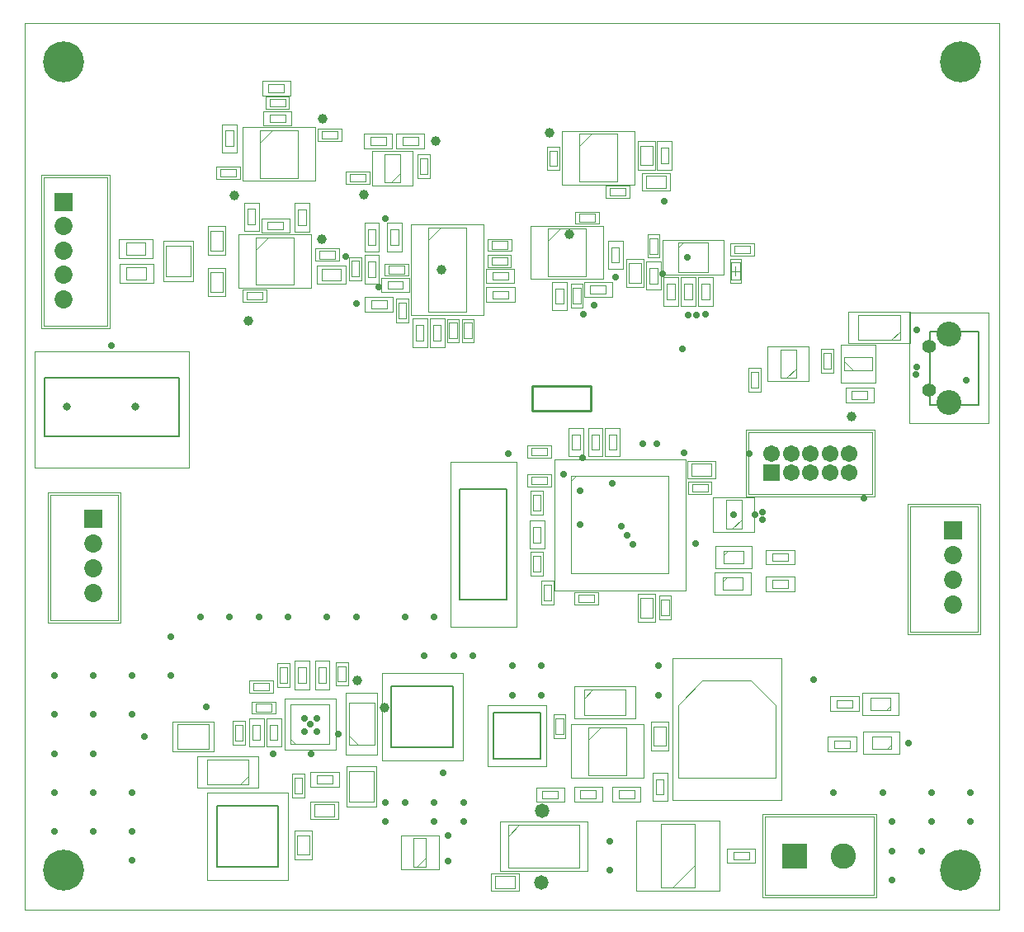
<source format=gbs>
G04*
G04 #@! TF.GenerationSoftware,Altium Limited,Altium Designer,20.0.10 (225)*
G04*
G04 Layer_Color=16711935*
%FSLAX25Y25*%
%MOIN*%
G70*
G01*
G75*
%ADD10C,0.00787*%
%ADD12C,0.01000*%
%ADD13C,0.00394*%
%ADD14C,0.00197*%
%ADD95C,0.05524*%
%ADD96C,0.10044*%
%ADD97C,0.03162*%
%ADD98R,0.07296X0.07296*%
%ADD99C,0.07296*%
%ADD100R,0.10249X0.10249*%
%ADD101C,0.10249*%
%ADD102R,0.06706X0.06706*%
%ADD103C,0.06706*%
%ADD104C,0.16548*%
%ADD105C,0.02769*%
%ADD106C,0.03950*%
%ADD107C,0.05800*%
D10*
X365748Y203937D02*
X385433D01*
X365748D02*
Y233465D01*
X385433D01*
Y203937D02*
Y233465D01*
X189370Y79626D02*
X208268D01*
Y60728D02*
Y79626D01*
X189370Y60728D02*
X208268D01*
X189370D02*
Y79626D01*
X8039Y214835D02*
X62370D01*
Y191213D02*
Y214835D01*
X8039Y191213D02*
X62370D01*
X8039D02*
Y214835D01*
X194650Y125055D02*
Y169937D01*
X175752Y125055D02*
X194650D01*
X175752D02*
Y169937D01*
X194650D01*
X172898Y65354D02*
Y90158D01*
X148094Y65354D02*
X172898D01*
X148094D02*
Y90158D01*
X172898D01*
X77598Y17098D02*
Y41902D01*
X102402D01*
Y17098D02*
Y41902D01*
X77598Y17098D02*
X102402D01*
D12*
X228508Y201630D02*
Y211472D01*
X204886D02*
X228508D01*
X204886Y201630D02*
Y211472D01*
Y201630D02*
X228508D01*
D13*
X0Y0D02*
Y358268D01*
X393701D01*
Y0D02*
Y358268D01*
X0Y0D02*
X393701D01*
X0D02*
X393701D01*
X283122Y153890D02*
X289516D01*
X283122D02*
Y165402D01*
X289516D01*
Y153890D02*
Y165402D01*
X285776Y153890D02*
X289516Y157630D01*
X307776Y214764D02*
X311516Y218504D01*
Y214764D02*
Y226181D01*
X305217D02*
X311516D01*
X305217Y214764D02*
Y226181D01*
Y214764D02*
X311516D01*
X330866Y221654D02*
X334606Y217913D01*
X330866D02*
X342362D01*
Y223031D01*
X330866D02*
X342362D01*
X330866Y217913D02*
Y223031D01*
X256890Y8858D02*
X270669D01*
X256890D02*
Y34449D01*
X270669D01*
Y8858D02*
Y34449D01*
X261614Y8858D02*
X270669Y17913D01*
X264094Y269406D02*
X275905D01*
Y257594D02*
Y269406D01*
X264094Y257594D02*
X275905D01*
X264094D02*
Y269406D01*
Y267437D02*
X266063Y269406D01*
X223807Y308461D02*
X228807Y313461D01*
X223807Y294153D02*
Y313461D01*
Y294153D02*
X239146D01*
Y313461D01*
X223807D02*
X239146D01*
X162823Y275528D02*
X178177D01*
Y241472D02*
Y275528D01*
X162823Y241472D02*
X178177D01*
X162823D02*
Y275528D01*
Y270528D02*
X167823Y275528D01*
X227559Y73622D02*
X242913D01*
Y54331D02*
Y73622D01*
X227559Y54331D02*
X242913D01*
X227559D02*
Y73622D01*
Y68622D02*
X232559Y73622D01*
X349913Y230020D02*
X353496Y233602D01*
Y230020D02*
Y240256D01*
X336661D02*
X353496D01*
X336661Y230020D02*
Y240256D01*
Y230020D02*
X353496D01*
X7717Y295744D02*
X33307D01*
Y235862D02*
Y295744D01*
X7717Y235862D02*
X33307D01*
X7717D02*
Y295744D01*
X385039Y112205D02*
Y162874D01*
X357638Y112205D02*
X385039D01*
X357638D02*
Y162874D01*
X385039D01*
X298819Y5906D02*
Y37402D01*
X342913D01*
Y5906D02*
Y37402D01*
X298819Y5906D02*
X342913D01*
X292421Y167913D02*
Y192717D01*
X342224D01*
Y167913D02*
Y192717D01*
X292421Y167913D02*
X342224D01*
X41063Y259461D02*
X48937D01*
Y254539D02*
Y259461D01*
X41063Y254539D02*
X48937D01*
X41063D02*
Y259461D01*
X327953Y81496D02*
Y84646D01*
Y81496D02*
X334252D01*
Y84646D01*
X327953D02*
X334252D01*
X220634Y173087D02*
X222602Y175055D01*
X220634Y135685D02*
Y175055D01*
Y135685D02*
X260004D01*
Y175055D01*
X220634D02*
X260004D01*
X107346Y68898D02*
X109315Y66929D01*
X107346D02*
X123094D01*
Y82677D01*
X107346D02*
X123094D01*
X107346Y66929D02*
Y82677D01*
X347965Y80610D02*
X349606Y82252D01*
Y80610D02*
Y85532D01*
X341732D02*
X349606D01*
X341732Y80610D02*
Y85532D01*
Y80610D02*
X349606D01*
X288976Y254528D02*
Y261417D01*
X285236Y254528D02*
Y261417D01*
X288976D01*
X285236Y254528D02*
X288976D01*
X195130Y34063D02*
X223870D01*
Y16937D02*
Y34063D01*
X195130Y16937D02*
X223870D01*
X195130D02*
Y34063D01*
Y29535D02*
X199657Y34063D01*
X61614Y64961D02*
Y74803D01*
Y64961D02*
X74213D01*
Y74803D01*
X61614D02*
X74213D01*
X57087Y255728D02*
X66929D01*
Y268327D01*
X57087D02*
X66929D01*
X57087Y255728D02*
Y268327D01*
X269291Y175197D02*
X277165D01*
X269291D02*
Y180118D01*
X277165D01*
Y175197D02*
Y180118D01*
X131220Y294094D02*
Y297244D01*
Y294094D02*
X137520D01*
Y297244D01*
X131220D02*
X137520D01*
X263815Y53122D02*
X303185D01*
X263815D02*
Y82650D01*
X273657Y92492D01*
X293342D01*
X303185Y82650D01*
Y53122D02*
Y82650D01*
X94846Y309945D02*
X99847Y314945D01*
X94846Y295638D02*
Y314945D01*
Y295638D02*
X110185D01*
Y314945D01*
X94846D02*
X110185D01*
X93331Y266653D02*
X98331Y271654D01*
X93331Y252346D02*
Y271654D01*
Y252346D02*
X108669D01*
Y271654D01*
X93331D02*
X108669D01*
X145350Y293791D02*
X151650D01*
X145350D02*
Y305209D01*
X151650D01*
Y293791D02*
Y305209D01*
X147909Y293791D02*
X151650Y297532D01*
X211331Y270153D02*
X216331Y275153D01*
X211331Y255847D02*
Y275153D01*
Y255847D02*
X226669D01*
Y275153D01*
X211331D02*
X226669D01*
X98819Y324410D02*
Y327559D01*
Y324410D02*
X105118D01*
Y327559D01*
X98819D02*
X105118D01*
X75039Y266331D02*
Y274205D01*
X79961D01*
Y266331D02*
Y274205D01*
X75039Y266331D02*
X79961D01*
X75039Y249563D02*
Y257437D01*
X79961D01*
Y249563D02*
Y257437D01*
X75039Y249563D02*
X79961D01*
X125197Y262992D02*
Y266142D01*
X118898D02*
X125197D01*
X118898Y262992D02*
Y266142D01*
Y262992D02*
X125197D01*
X96063Y246457D02*
Y249606D01*
X89764D02*
X96063D01*
X89764Y246457D02*
Y249606D01*
Y246457D02*
X96063D01*
X126260Y311417D02*
Y314567D01*
X119961D02*
X126260D01*
X119961Y311417D02*
Y314567D01*
Y311417D02*
X126260D01*
X119831Y254039D02*
X127705D01*
X119831D02*
Y258961D01*
X127705D01*
Y254039D02*
Y258961D01*
X78858Y296063D02*
Y299213D01*
Y296063D02*
X85158D01*
Y299213D01*
X78858D02*
X85158D01*
X131925Y262012D02*
X135075D01*
X131925Y255713D02*
Y262012D01*
Y255713D02*
X135075D01*
Y262012D01*
X159449Y297244D02*
X162598D01*
Y303543D01*
X159449D02*
X162598D01*
X159449Y297244D02*
Y303543D01*
X150925Y238850D02*
X154075D01*
Y245150D01*
X150925D02*
X154075D01*
X150925Y238850D02*
Y245150D01*
X177425Y230713D02*
X180575D01*
Y237012D01*
X177425D02*
X180575D01*
X177425Y230713D02*
Y237012D01*
X171425Y230713D02*
X174575D01*
Y237012D01*
X171425D02*
X174575D01*
X171425Y230713D02*
Y237012D01*
X146850Y256925D02*
Y260075D01*
Y256925D02*
X153150D01*
Y260075D01*
X146850D02*
X153150D01*
X223850Y277925D02*
Y281075D01*
Y277925D02*
X230150D01*
Y281075D01*
X223850D02*
X230150D01*
X194882Y266929D02*
Y270079D01*
X188583D02*
X194882D01*
X188583Y266929D02*
Y270079D01*
Y266929D02*
X194882D01*
X194787Y260425D02*
Y263575D01*
X188488D02*
X194787D01*
X188488Y260425D02*
Y263575D01*
Y260425D02*
X194787D01*
X221425Y251150D02*
X224575D01*
X221425Y244850D02*
Y251150D01*
Y244850D02*
X224575D01*
Y251150D01*
X211925Y300350D02*
X215075D01*
Y306650D01*
X211925D02*
X215075D01*
X211925Y300350D02*
Y306650D01*
X236350Y288425D02*
Y291575D01*
Y288425D02*
X242650D01*
Y291575D01*
X236350D02*
X242650D01*
X253543Y300689D02*
Y308563D01*
X248622Y300689D02*
X253543D01*
X248622D02*
Y308563D01*
X253543D01*
X252425Y271287D02*
X255575D01*
X252425Y264988D02*
Y271287D01*
Y264988D02*
X255575D01*
Y271287D01*
X292913Y265059D02*
Y268209D01*
X286614D02*
X292913D01*
X286614Y265059D02*
Y268209D01*
Y265059D02*
X292913D01*
X251004Y296358D02*
X258878D01*
Y291437D02*
Y296358D01*
X251004Y291437D02*
X258878D01*
X251004D02*
Y296358D01*
X248961Y253295D02*
Y261169D01*
X244039Y253295D02*
X248961D01*
X244039D02*
Y261169D01*
X248961D01*
X205279Y167378D02*
X208429D01*
X205279Y161079D02*
Y167378D01*
Y161079D02*
X208429D01*
Y167378D01*
X205279Y142772D02*
X208429D01*
X205279Y136472D02*
Y142772D01*
Y136472D02*
X208429D01*
Y142772D01*
X248622Y117835D02*
Y125709D01*
X253543D01*
Y117835D02*
Y125709D01*
X248622Y117835D02*
X253543D01*
X117063Y42461D02*
X124937D01*
Y37539D02*
Y42461D01*
X117063Y37539D02*
X124937D01*
X117063D02*
Y42461D01*
X108925Y46850D02*
X112075D01*
Y53150D01*
X108925D02*
X112075D01*
X108925Y46850D02*
Y53150D01*
X114961Y22063D02*
Y29937D01*
X110039Y22063D02*
X114961D01*
X110039D02*
Y29937D01*
X114961D01*
X258961Y66063D02*
Y73937D01*
X254039Y66063D02*
X258961D01*
X254039D02*
Y73937D01*
X258961D01*
X93350Y79925D02*
Y83075D01*
Y79925D02*
X99650D01*
Y83075D01*
X93350D02*
X99650D01*
X126441Y92008D02*
X129591D01*
Y98307D01*
X126441D02*
X129591D01*
X126441Y92008D02*
Y98307D01*
X214425Y70850D02*
X217575D01*
Y77150D01*
X214425D02*
X217575D01*
X214425Y70850D02*
Y77150D01*
X102819Y97953D02*
X105968D01*
X102819Y91654D02*
Y97953D01*
Y91654D02*
X105968D01*
Y97953D01*
X84925Y74512D02*
X88075D01*
X84925Y68213D02*
Y74512D01*
Y68213D02*
X88075D01*
Y74512D01*
X92213Y88425D02*
Y91575D01*
Y88425D02*
X98512D01*
Y91575D01*
X92213D02*
X98512D01*
X131079Y43386D02*
X140921D01*
Y55984D01*
X131079D02*
X140921D01*
X131079Y43386D02*
Y55984D01*
X190063Y13461D02*
X197937D01*
Y8539D02*
Y13461D01*
X190063Y8539D02*
X197937D01*
X190063D02*
Y13461D01*
X322539Y218602D02*
X325689D01*
Y224902D01*
X322539D02*
X325689D01*
X322539Y218602D02*
Y224902D01*
X210827Y171850D02*
Y175000D01*
X204528D02*
X210827D01*
X204528Y171850D02*
Y175000D01*
Y171850D02*
X210827D01*
X256988Y118799D02*
X260138D01*
Y125098D01*
X256988D02*
X260138D01*
X256988Y118799D02*
Y125098D01*
X293209Y210925D02*
X296358D01*
Y217224D01*
X293209D02*
X296358D01*
X293209Y210925D02*
Y217224D01*
X275787Y168701D02*
Y171850D01*
X269488D02*
X275787D01*
X269488Y168701D02*
Y171850D01*
Y168701D02*
X275787D01*
X223642Y124016D02*
Y127165D01*
Y124016D02*
X229941D01*
Y127165D01*
X223642D02*
X229941D01*
X209449Y124803D02*
X212598D01*
Y131102D01*
X209449D02*
X212598D01*
X209449Y124803D02*
Y131102D01*
X204528Y183465D02*
Y186614D01*
Y183465D02*
X210827D01*
Y186614D01*
X204528D02*
X210827D01*
X282051Y134012D02*
X289925D01*
Y129091D02*
Y134012D01*
X282051Y129091D02*
X289925D01*
X282051D02*
Y134012D01*
Y132370D02*
X283693Y134012D01*
X282445Y144839D02*
X290319D01*
Y139917D02*
Y144839D01*
X282445Y139917D02*
X290319D01*
X282445D02*
Y144839D01*
Y143197D02*
X284087Y144839D01*
X86835Y50382D02*
X90417Y53965D01*
Y50382D02*
Y60618D01*
X73583D02*
X90417D01*
X73583Y50382D02*
Y60618D01*
Y50382D02*
X90417D01*
X130882Y70165D02*
X134465Y66583D01*
X130882D02*
X141118D01*
Y83417D01*
X130882D02*
X141118D01*
X130882Y66583D02*
Y83417D01*
X225835Y85197D02*
X229417Y88779D01*
X225835Y78543D02*
Y88779D01*
Y78543D02*
X242669D01*
Y88779D01*
X225835D02*
X242669D01*
X342126Y64862D02*
X350000D01*
X342126D02*
Y69784D01*
X350000D01*
Y64862D02*
Y69784D01*
X348358Y64862D02*
X350000Y66504D01*
X286221Y23228D02*
X292520D01*
Y20079D02*
Y23228D01*
X286221Y20079D02*
X292520D01*
X286221D02*
Y23228D01*
X334055Y209350D02*
X340354D01*
Y206201D02*
Y209350D01*
X334055Y206201D02*
X340354D01*
X334055D02*
Y209350D01*
X252425Y253000D02*
Y259299D01*
X255575D01*
Y253000D02*
Y259299D01*
X252425Y253000D02*
X255575D01*
X158319Y17252D02*
X162059Y20992D01*
Y17252D02*
Y28748D01*
X156941D02*
X162059D01*
X156941Y17252D02*
Y28748D01*
Y17252D02*
X162059D01*
X98425Y333465D02*
X104724D01*
Y330315D02*
Y333465D01*
X98425Y330315D02*
X104724D01*
X98425D02*
Y333465D01*
X98819Y318110D02*
X105118D01*
X98819D02*
Y321260D01*
X105118D01*
Y318110D02*
Y321260D01*
X40803Y269461D02*
X48677D01*
Y264539D02*
Y269461D01*
X40803Y264539D02*
X48677D01*
X40803D02*
Y269461D01*
X84252Y308421D02*
Y314721D01*
X81102Y308421D02*
X84252D01*
X81102D02*
Y314721D01*
X84252D01*
X110425Y276500D02*
Y282799D01*
X113575D01*
Y276500D02*
Y282799D01*
X110425Y276500D02*
X113575D01*
X98032Y274803D02*
X104331D01*
X98032D02*
Y277953D01*
X104331D01*
Y274803D02*
Y277953D01*
X89961Y276732D02*
Y283032D01*
X93110D01*
Y276732D02*
Y283032D01*
X89961Y276732D02*
X93110D01*
X141732Y255512D02*
Y261811D01*
X138583Y255512D02*
X141732D01*
X138583D02*
Y261811D01*
X141732D01*
Y268504D02*
Y274803D01*
X138583Y268504D02*
X141732D01*
X138583D02*
Y274803D01*
X141732D01*
X152500Y308925D02*
X158799D01*
X152500D02*
Y312075D01*
X158799D01*
Y308925D02*
Y312075D01*
X139500Y308925D02*
X145799D01*
X139500D02*
Y312075D01*
X145799D01*
Y308925D02*
Y312075D01*
X147638Y268504D02*
Y274803D01*
X150787D01*
Y268504D02*
Y274803D01*
X147638Y268504D02*
X150787D01*
X146457Y253937D02*
X152756D01*
Y250787D02*
Y253937D01*
X146457Y250787D02*
X152756D01*
X146457D02*
Y253937D01*
X139850Y242925D02*
X146150D01*
X139850D02*
Y246075D01*
X146150D01*
Y242925D02*
Y246075D01*
X161075Y229850D02*
Y236150D01*
X157925Y229850D02*
X161075D01*
X157925D02*
Y236150D01*
X161075D01*
X164925Y229850D02*
Y236150D01*
X168075D01*
Y229850D02*
Y236150D01*
X164925Y229850D02*
X168075D01*
X188976Y250000D02*
X195276D01*
Y246850D02*
Y250000D01*
X188976Y246850D02*
X195276D01*
X188976D02*
Y250000D01*
X188850Y254425D02*
X195150D01*
X188850D02*
Y257575D01*
X195150D01*
Y254425D02*
Y257575D01*
X217575Y244701D02*
Y251000D01*
X214425Y244701D02*
X217575D01*
X214425D02*
Y251000D01*
X217575D01*
X228350Y248925D02*
X234650D01*
X228350D02*
Y252075D01*
X234650D01*
Y248925D02*
Y252075D01*
X259941Y301476D02*
Y307776D01*
X256791Y301476D02*
X259941D01*
X256791D02*
Y307776D01*
X259941D01*
X236925Y261350D02*
Y267650D01*
X240075D01*
Y261350D02*
Y267650D01*
X236925Y261350D02*
X240075D01*
X262575Y246500D02*
Y252799D01*
X259425Y246500D02*
X262575D01*
X259425D02*
Y252799D01*
X262575D01*
X269575Y246500D02*
Y252799D01*
X266425Y246500D02*
X269575D01*
X266425D02*
Y252799D01*
X269575D01*
X276575Y246500D02*
Y252799D01*
X273425Y246500D02*
X276575D01*
X273425D02*
Y252799D01*
X276575D01*
X301933Y129976D02*
X308232D01*
X301933D02*
Y133126D01*
X308232D01*
Y129976D02*
Y133126D01*
X301933Y140803D02*
X308232D01*
X301933D02*
Y143953D01*
X308232D01*
Y140803D02*
Y143953D01*
X205279Y148284D02*
Y154583D01*
X208429D01*
Y148284D02*
Y154583D01*
X205279Y148284D02*
X208429D01*
X228902Y185685D02*
Y191984D01*
X232051D01*
Y185685D02*
Y191984D01*
X228902Y185685D02*
X232051D01*
X235791D02*
Y191984D01*
X238941D01*
Y185685D02*
Y191984D01*
X235791Y185685D02*
X238941D01*
X221028D02*
Y191984D01*
X224177D01*
Y185685D02*
Y191984D01*
X221028Y185685D02*
X224177D01*
X118000Y50925D02*
X124299D01*
X118000D02*
Y54075D01*
X124299D01*
Y50925D02*
Y54075D01*
X254925Y46350D02*
Y52650D01*
X258075D01*
Y46350D02*
Y52650D01*
X254925Y46350D02*
X258075D01*
X239850Y48075D02*
X246150D01*
Y44925D02*
Y48075D01*
X239850Y44925D02*
X246150D01*
X239850D02*
Y48075D01*
X110425Y91500D02*
Y97799D01*
X113575D01*
Y91500D02*
Y97799D01*
X110425Y91500D02*
X113575D01*
X118567Y91535D02*
Y97835D01*
X121716D01*
Y91535D02*
Y97835D01*
X118567Y91535D02*
X121716D01*
X95075Y68350D02*
Y74650D01*
X91925Y68350D02*
X95075D01*
X91925D02*
Y74650D01*
X95075D01*
X98925Y68350D02*
Y74650D01*
X102075D01*
Y68350D02*
Y74650D01*
X98925Y68350D02*
X102075D01*
X209026Y44805D02*
X215325D01*
X209026D02*
Y47955D01*
X215325D01*
Y44805D02*
Y47955D01*
X224350Y44925D02*
X230650D01*
X224350D02*
Y48075D01*
X230650D01*
Y44925D02*
Y48075D01*
X333268Y65158D02*
Y68307D01*
X326969D02*
X333268D01*
X326969Y65158D02*
Y68307D01*
Y65158D02*
X333268D01*
X37598Y116969D02*
Y167638D01*
X10197Y116969D02*
X37598D01*
X10197D02*
Y167638D01*
X37598D01*
X357185Y196362D02*
X389370D01*
X357185D02*
Y241039D01*
X389370D01*
Y196362D02*
Y241039D01*
X187008Y82638D02*
X210630D01*
Y57717D02*
Y82638D01*
X187008Y57717D02*
X210630D01*
X187008D02*
Y82638D01*
X4102Y225465D02*
X66307D01*
Y178614D02*
Y225465D01*
X4102Y178614D02*
X66307D01*
X4102D02*
Y225465D01*
X285236Y257972D02*
X288976D01*
X287106Y256102D02*
Y259842D01*
X289272Y253248D02*
Y262697D01*
X284941Y253248D02*
Y262697D01*
X289272D01*
X284941Y253248D02*
X289272D01*
X198587Y114032D02*
Y180961D01*
X171815Y114032D02*
X198587D01*
X171815D02*
Y180961D01*
X198587D01*
X176835Y60039D02*
Y95472D01*
X144158Y60039D02*
X176835D01*
X144158D02*
Y95472D01*
X176835D01*
X73661Y11784D02*
Y47216D01*
X106339D01*
Y11784D02*
Y47216D01*
X73661Y11784D02*
X106339D01*
D14*
X277953Y152657D02*
X294685D01*
X277953D02*
Y166634D01*
X294685D01*
Y152657D02*
Y166634D01*
X316634Y213484D02*
Y227461D01*
X300098D02*
X316634D01*
X300098Y213484D02*
Y227461D01*
Y213484D02*
X316634D01*
X329646Y212795D02*
X343583D01*
Y228150D01*
X329646D02*
X343583D01*
X329646Y212795D02*
Y228150D01*
X247047Y7480D02*
X280512D01*
X247047D02*
Y35827D01*
X280512D01*
Y7480D02*
Y35827D01*
X257598Y270587D02*
X282402D01*
Y256413D02*
Y270587D01*
X257598Y256413D02*
X282402D01*
X257598D02*
Y270587D01*
X216811Y292980D02*
Y314634D01*
Y292980D02*
X246142D01*
Y314634D01*
X216811D02*
X246142D01*
X155835Y276709D02*
X185165D01*
Y240291D02*
Y276709D01*
X155835Y240291D02*
X185165D01*
X155835D02*
Y276709D01*
X220571Y74803D02*
X249902D01*
Y53150D02*
Y74803D01*
X220571Y53150D02*
X249902D01*
X220571D02*
Y74803D01*
X357520Y228740D02*
Y241535D01*
X332638D02*
X357520D01*
X332638Y228740D02*
Y241535D01*
Y228740D02*
X357520D01*
X6732Y296728D02*
X34291D01*
Y234878D02*
Y296728D01*
X6732Y234878D02*
X34291D01*
X6732D02*
Y296728D01*
X386024Y111221D02*
Y163858D01*
X356653Y111221D02*
X386024D01*
X356653D02*
Y163858D01*
X386024D01*
X297835Y4921D02*
Y38386D01*
X343898D01*
Y4921D02*
Y38386D01*
X297835Y4921D02*
X343898D01*
X291437Y166929D02*
Y193701D01*
X343209D01*
Y166929D02*
Y193701D01*
X291437Y166929D02*
X343209D01*
X38209Y260740D02*
X51791D01*
Y253260D02*
Y260740D01*
X38209Y253260D02*
X51791D01*
X38209D02*
Y260740D01*
X325394Y80118D02*
Y86024D01*
Y80118D02*
X336811D01*
Y86024D01*
X325394D02*
X336811D01*
X213843Y128894D02*
Y181846D01*
Y128894D02*
X266795D01*
Y181846D01*
X213843D02*
X266795D01*
X104886Y64468D02*
X125555D01*
Y85138D01*
X104886D02*
X125555D01*
X104886Y64468D02*
Y85138D01*
X352953Y78543D02*
Y87598D01*
X338386D02*
X352953D01*
X338386Y78543D02*
Y87598D01*
Y78543D02*
X352953D01*
X191783Y35342D02*
X227217D01*
Y15657D02*
Y35342D01*
X191783Y15657D02*
X227217D01*
X191783D02*
Y35342D01*
X59606Y63937D02*
Y75827D01*
Y63937D02*
X76221D01*
Y75827D01*
X59606D02*
X76221D01*
X56063Y253917D02*
X67953D01*
Y270138D01*
X56063D02*
X67953D01*
X56063Y253917D02*
Y270138D01*
X267461Y174153D02*
X278996D01*
X267461D02*
Y181161D01*
X278996D01*
Y174153D02*
Y181161D01*
X129567Y293228D02*
Y298110D01*
Y293228D02*
X139173D01*
Y298110D01*
X129567D02*
X139173D01*
X261453Y101547D02*
X305547D01*
X261453Y44067D02*
Y101547D01*
Y44067D02*
X305547D01*
Y101547D01*
X87850Y294465D02*
Y316118D01*
Y294465D02*
X117181D01*
Y316118D01*
X87850D02*
X117181D01*
X86335Y251173D02*
Y272827D01*
Y251173D02*
X115665D01*
Y272827D01*
X86335D02*
X115665D01*
X140232Y292512D02*
X156768D01*
X140232D02*
Y306488D01*
X156768D01*
Y292512D02*
Y306488D01*
X204335Y254673D02*
Y276327D01*
Y254673D02*
X233665D01*
Y276327D01*
X204335D02*
X233665D01*
X97165Y323543D02*
Y328425D01*
Y323543D02*
X106772D01*
Y328425D01*
X97165D02*
X106772D01*
X73996Y264500D02*
Y276035D01*
X81004D01*
Y264500D02*
Y276035D01*
X73996Y264500D02*
X81004D01*
X73996Y247732D02*
Y259268D01*
X81004D01*
Y247732D02*
Y259268D01*
X73996Y247732D02*
X81004D01*
X126850Y262126D02*
Y267008D01*
X117244D02*
X126850D01*
X117244Y262126D02*
Y267008D01*
Y262126D02*
X126850D01*
X97716Y245591D02*
Y250472D01*
X88110D02*
X97716D01*
X88110Y245591D02*
Y250472D01*
Y245591D02*
X97716D01*
X127913Y310551D02*
Y315433D01*
X118307D02*
X127913D01*
X118307Y310551D02*
Y315433D01*
Y310551D02*
X127913D01*
X118000Y252996D02*
X129535D01*
X118000D02*
Y260004D01*
X129535D01*
Y252996D02*
Y260004D01*
X77205Y295197D02*
Y300079D01*
Y295197D02*
X86811D01*
Y300079D01*
X77205D02*
X86811D01*
X131059Y263665D02*
X135941D01*
X131059Y254059D02*
Y263665D01*
Y254059D02*
X135941D01*
Y263665D01*
X158583Y295590D02*
X163465D01*
Y305197D01*
X158583D02*
X163465D01*
X158583Y295590D02*
Y305197D01*
X150059Y237197D02*
X154941D01*
Y246803D01*
X150059D02*
X154941D01*
X150059Y237197D02*
Y246803D01*
X176559Y229059D02*
X181441D01*
Y238665D01*
X176559D02*
X181441D01*
X176559Y229059D02*
Y238665D01*
X170559Y229059D02*
X175441D01*
Y238665D01*
X170559D02*
X175441D01*
X170559Y229059D02*
Y238665D01*
X145197Y256059D02*
Y260941D01*
Y256059D02*
X154803D01*
Y260941D01*
X145197D02*
X154803D01*
X222197Y277059D02*
Y281941D01*
Y277059D02*
X231803D01*
Y281941D01*
X222197D02*
X231803D01*
X196535Y266063D02*
Y270945D01*
X186929D02*
X196535D01*
X186929Y266063D02*
Y270945D01*
Y266063D02*
X196535D01*
X196441Y259559D02*
Y264441D01*
X186835D02*
X196441D01*
X186835Y259559D02*
Y264441D01*
Y259559D02*
X196441D01*
X220559Y252803D02*
X225441D01*
X220559Y243197D02*
Y252803D01*
Y243197D02*
X225441D01*
Y252803D01*
X211059Y298697D02*
X215941D01*
Y308303D01*
X211059D02*
X215941D01*
X211059Y298697D02*
Y308303D01*
X234697Y287559D02*
Y292441D01*
Y287559D02*
X244303D01*
Y292441D01*
X234697D02*
X244303D01*
X254587Y298858D02*
Y310394D01*
X247579Y298858D02*
X254587D01*
X247579D02*
Y310394D01*
X254587D01*
X251559Y272941D02*
X256441D01*
X251559Y263335D02*
Y272941D01*
Y263335D02*
X256441D01*
Y272941D01*
X294567Y264193D02*
Y269075D01*
X284961D02*
X294567D01*
X284961Y264193D02*
Y269075D01*
Y264193D02*
X294567D01*
X249173Y297402D02*
X260709D01*
Y290394D02*
Y297402D01*
X249173Y290394D02*
X260709D01*
X249173D02*
Y297402D01*
X250004Y251465D02*
Y263000D01*
X242996Y251465D02*
X250004D01*
X242996D02*
Y263000D01*
X250004D01*
X204413Y169032D02*
X209295D01*
X204413Y159425D02*
Y169032D01*
Y159425D02*
X209295D01*
Y169032D01*
X204413Y144425D02*
X209295D01*
X204413Y134819D02*
Y144425D01*
Y134819D02*
X209295D01*
Y144425D01*
X247579Y116004D02*
Y127539D01*
X254587D01*
Y116004D02*
Y127539D01*
X247579Y116004D02*
X254587D01*
X115232Y43504D02*
X126768D01*
Y36496D02*
Y43504D01*
X115232Y36496D02*
X126768D01*
X115232D02*
Y43504D01*
X108059Y45197D02*
X112941D01*
Y54803D01*
X108059D02*
X112941D01*
X108059Y45197D02*
Y54803D01*
X116004Y20232D02*
Y31768D01*
X108996Y20232D02*
X116004D01*
X108996D02*
Y31768D01*
X116004D01*
X260004Y64232D02*
Y75768D01*
X252996Y64232D02*
X260004D01*
X252996D02*
Y75768D01*
X260004D01*
X91697Y79059D02*
Y83941D01*
Y79059D02*
X101303D01*
Y83941D01*
X91697D02*
X101303D01*
X125575Y90354D02*
X130457D01*
Y99961D01*
X125575D02*
X130457D01*
X125575Y90354D02*
Y99961D01*
X213559Y69197D02*
X218441D01*
Y78803D01*
X213559D02*
X218441D01*
X213559Y69197D02*
Y78803D01*
X101953Y99606D02*
X106835D01*
X101953Y90000D02*
Y99606D01*
Y90000D02*
X106835D01*
Y99606D01*
X84059Y76165D02*
X88941D01*
X84059Y66559D02*
Y76165D01*
Y66559D02*
X88941D01*
Y76165D01*
X90559Y87559D02*
Y92441D01*
Y87559D02*
X100165D01*
Y92441D01*
X90559D02*
X100165D01*
X130055Y41378D02*
X141945D01*
Y57992D01*
X130055D02*
X141945D01*
X130055Y41378D02*
Y57992D01*
X188232Y14504D02*
X199768D01*
Y7496D02*
Y14504D01*
X188232Y7496D02*
X199768D01*
X188232D02*
Y14504D01*
X321673Y216949D02*
X326555D01*
Y226555D01*
X321673D02*
X326555D01*
X321673Y216949D02*
Y226555D01*
X212480Y170984D02*
Y175866D01*
X202874D02*
X212480D01*
X202874Y170984D02*
Y175866D01*
Y170984D02*
X212480D01*
X256122Y117146D02*
X261004D01*
Y126752D01*
X256122D02*
X261004D01*
X256122Y117146D02*
Y126752D01*
X292342Y209272D02*
X297224D01*
Y218878D01*
X292342D02*
X297224D01*
X292342Y209272D02*
Y218878D01*
X277441Y167835D02*
Y172716D01*
X267835D02*
X277441D01*
X267835Y167835D02*
Y172716D01*
Y167835D02*
X277441D01*
X221988Y123150D02*
Y128032D01*
Y123150D02*
X231594D01*
Y128032D01*
X221988D02*
X231594D01*
X208583Y123150D02*
X213465D01*
Y132756D01*
X208583D02*
X213465D01*
X208583Y123150D02*
Y132756D01*
X202874Y182598D02*
Y187480D01*
Y182598D02*
X212480D01*
Y187480D01*
X202874D02*
X212480D01*
X278705Y136079D02*
X293272D01*
Y127024D02*
Y136079D01*
X278705Y127024D02*
X293272D01*
X278705D02*
Y136079D01*
X279098Y146906D02*
X293665D01*
Y137850D02*
Y146906D01*
X279098Y137850D02*
X293665D01*
X279098D02*
Y146906D01*
X94441Y49102D02*
Y61898D01*
X69559D02*
X94441D01*
X69559Y49102D02*
Y61898D01*
Y49102D02*
X94441D01*
X129602Y62559D02*
X142398D01*
Y87441D01*
X129602D02*
X142398D01*
X129602Y62559D02*
Y87441D01*
X221811Y77264D02*
Y90059D01*
Y77264D02*
X246693D01*
Y90059D01*
X221811D02*
X246693D01*
X338779Y62795D02*
X353346D01*
X338779D02*
Y71850D01*
X353346D01*
Y62795D02*
Y71850D01*
X283661Y24606D02*
X295079D01*
Y18701D02*
Y24606D01*
X283661Y18701D02*
X295079D01*
X283661D02*
Y24606D01*
X331496Y210728D02*
X342913D01*
Y204823D02*
Y210728D01*
X331496Y204823D02*
X342913D01*
X331496D02*
Y210728D01*
X251047Y250441D02*
Y261858D01*
X256953D01*
Y250441D02*
Y261858D01*
X251047Y250441D02*
X256953D01*
X167177Y16032D02*
Y29969D01*
X151823D02*
X167177D01*
X151823Y16032D02*
Y29969D01*
Y16032D02*
X167177D01*
X95866Y334842D02*
X107283D01*
Y328937D02*
Y334842D01*
X95866Y328937D02*
X107283D01*
X95866D02*
Y334842D01*
X96260Y316732D02*
X107677D01*
X96260D02*
Y322638D01*
X107677D01*
Y316732D02*
Y322638D01*
X37949Y270740D02*
X51531D01*
Y263260D02*
Y270740D01*
X37949Y263260D02*
X51531D01*
X37949D02*
Y270740D01*
X85630Y305862D02*
Y317280D01*
X79724Y305862D02*
X85630D01*
X79724D02*
Y317280D01*
X85630D01*
X109047Y273941D02*
Y285358D01*
X114953D01*
Y273941D02*
Y285358D01*
X109047Y273941D02*
X114953D01*
X95472Y273425D02*
X106890D01*
X95472D02*
Y279331D01*
X106890D01*
Y273425D02*
Y279331D01*
X88583Y274173D02*
Y285591D01*
X94488D01*
Y274173D02*
Y285591D01*
X88583Y274173D02*
X94488D01*
X143110Y252953D02*
Y264370D01*
X137205Y252953D02*
X143110D01*
X137205D02*
Y264370D01*
X143110D01*
Y265945D02*
Y277362D01*
X137205Y265945D02*
X143110D01*
X137205D02*
Y277362D01*
X143110D01*
X149941Y307547D02*
X161358D01*
X149941D02*
Y313453D01*
X161358D01*
Y307547D02*
Y313453D01*
X136941Y307547D02*
X148358D01*
X136941D02*
Y313453D01*
X148358D01*
Y307547D02*
Y313453D01*
X146260Y265945D02*
Y277362D01*
X152165D01*
Y265945D02*
Y277362D01*
X146260Y265945D02*
X152165D01*
X143898Y255315D02*
X155315D01*
Y249409D02*
Y255315D01*
X143898Y249409D02*
X155315D01*
X143898D02*
Y255315D01*
X137291Y241547D02*
X148709D01*
X137291D02*
Y247453D01*
X148709D01*
Y241547D02*
Y247453D01*
X162453Y227291D02*
Y238709D01*
X156547Y227291D02*
X162453D01*
X156547D02*
Y238709D01*
X162453D01*
X163547Y227291D02*
Y238709D01*
X169453D01*
Y227291D02*
Y238709D01*
X163547Y227291D02*
X169453D01*
X186417Y251378D02*
X197835D01*
Y245472D02*
Y251378D01*
X186417Y245472D02*
X197835D01*
X186417D02*
Y251378D01*
X186291Y253047D02*
X197709D01*
X186291D02*
Y258953D01*
X197709D01*
Y253047D02*
Y258953D01*
X218953Y242142D02*
Y253559D01*
X213047Y242142D02*
X218953D01*
X213047D02*
Y253559D01*
X218953D01*
X225791Y247547D02*
X237209D01*
X225791D02*
Y253453D01*
X237209D01*
Y247547D02*
Y253453D01*
X261319Y298917D02*
Y310335D01*
X255413Y298917D02*
X261319D01*
X255413D02*
Y310335D01*
X261319D01*
X235547Y258791D02*
Y270209D01*
X241453D01*
Y258791D02*
Y270209D01*
X235547Y258791D02*
X241453D01*
X263953Y243941D02*
Y255358D01*
X258047Y243941D02*
X263953D01*
X258047D02*
Y255358D01*
X263953D01*
X270953Y243941D02*
Y255358D01*
X265047Y243941D02*
X270953D01*
X265047D02*
Y255358D01*
X270953D01*
X277953Y243941D02*
Y255358D01*
X272047Y243941D02*
X277953D01*
X272047D02*
Y255358D01*
X277953D01*
X299374Y128598D02*
X310791D01*
X299374D02*
Y134504D01*
X310791D01*
Y128598D02*
Y134504D01*
X299374Y139425D02*
X310791D01*
X299374D02*
Y145331D01*
X310791D01*
Y139425D02*
Y145331D01*
X203902Y145724D02*
Y157142D01*
X209807D01*
Y145724D02*
Y157142D01*
X203902Y145724D02*
X209807D01*
X227524Y183126D02*
Y194543D01*
X233429D01*
Y183126D02*
Y194543D01*
X227524Y183126D02*
X233429D01*
X234413D02*
Y194543D01*
X240319D01*
Y183126D02*
Y194543D01*
X234413Y183126D02*
X240319D01*
X219650D02*
Y194543D01*
X225555D01*
Y183126D02*
Y194543D01*
X219650Y183126D02*
X225555D01*
X115441Y49547D02*
X126858D01*
X115441D02*
Y55453D01*
X126858D01*
Y49547D02*
Y55453D01*
X253547Y43791D02*
Y55209D01*
X259453D01*
Y43791D02*
Y55209D01*
X253547Y43791D02*
X259453D01*
X237291Y49453D02*
X248709D01*
Y43547D02*
Y49453D01*
X237291Y43547D02*
X248709D01*
X237291D02*
Y49453D01*
X109047Y88941D02*
Y100358D01*
X114953D01*
Y88941D02*
Y100358D01*
X109047Y88941D02*
X114953D01*
X117189Y88976D02*
Y100394D01*
X123094D01*
Y88976D02*
Y100394D01*
X117189Y88976D02*
X123094D01*
X96453Y65791D02*
Y77209D01*
X90547Y65791D02*
X96453D01*
X90547D02*
Y77209D01*
X96453D01*
X97547Y65791D02*
Y77209D01*
X103453D01*
Y65791D02*
Y77209D01*
X97547Y65791D02*
X103453D01*
X206467Y43427D02*
X217884D01*
X206467D02*
Y49333D01*
X217884D01*
Y43427D02*
Y49333D01*
X221791Y43547D02*
X233209D01*
X221791D02*
Y49453D01*
X233209D01*
Y43547D02*
Y49453D01*
X335827Y63779D02*
Y69685D01*
X324410D02*
X335827D01*
X324410Y63779D02*
Y69685D01*
Y63779D02*
X335827D01*
X38583Y115984D02*
Y168622D01*
X9213Y115984D02*
X38583D01*
X9213D02*
Y168622D01*
X38583D01*
D95*
X365158Y209941D02*
D03*
Y227461D02*
D03*
D96*
X373425Y232480D02*
D03*
Y204921D02*
D03*
D97*
X17095Y203024D02*
D03*
X44653D02*
D03*
D98*
X15748Y285980D02*
D03*
X375000Y153032D02*
D03*
X27559Y157795D02*
D03*
D99*
X15748Y276138D02*
D03*
Y266295D02*
D03*
Y256453D02*
D03*
Y246610D02*
D03*
X375000Y143032D02*
D03*
Y133031D02*
D03*
Y123031D02*
D03*
X27559Y147795D02*
D03*
Y137795D02*
D03*
Y127795D02*
D03*
D100*
X311024Y21654D02*
D03*
D101*
X330709D02*
D03*
D102*
X301575Y176378D02*
D03*
D103*
Y184252D02*
D03*
X309449Y176378D02*
D03*
Y184252D02*
D03*
X317323Y176378D02*
D03*
Y184252D02*
D03*
X325197Y176378D02*
D03*
Y184252D02*
D03*
X333071Y176378D02*
D03*
Y184252D02*
D03*
D104*
X377953Y15748D02*
D03*
Y342520D02*
D03*
X15748D02*
D03*
Y15748D02*
D03*
D105*
X380217Y213681D02*
D03*
X360022Y216020D02*
D03*
X360155Y219105D02*
D03*
X298031Y160470D02*
D03*
Y157502D02*
D03*
X350394Y11811D02*
D03*
X362205Y23622D02*
D03*
X350394D02*
D03*
Y35433D02*
D03*
X366142D02*
D03*
X381890D02*
D03*
Y47244D02*
D03*
X366142D02*
D03*
X346457D02*
D03*
X326772D02*
D03*
X236221Y15748D02*
D03*
Y27559D02*
D03*
X177165Y35433D02*
D03*
X165354D02*
D03*
X145669D02*
D03*
X177165Y43307D02*
D03*
X165354D02*
D03*
X153543D02*
D03*
X145669D02*
D03*
X196850Y86614D02*
D03*
X208661D02*
D03*
X196850Y98425D02*
D03*
X208661D02*
D03*
X255906Y86614D02*
D03*
Y98425D02*
D03*
X165354Y118110D02*
D03*
X153543D02*
D03*
X133858D02*
D03*
X122047D02*
D03*
X106299D02*
D03*
X94488D02*
D03*
X82677D02*
D03*
X70866D02*
D03*
X59055Y110236D02*
D03*
X181102Y102362D02*
D03*
X173228D02*
D03*
X161417D02*
D03*
X43307Y19685D02*
D03*
Y31496D02*
D03*
Y47244D02*
D03*
Y78740D02*
D03*
X59055Y94488D02*
D03*
X43307D02*
D03*
X27559D02*
D03*
Y78740D02*
D03*
Y62992D02*
D03*
Y47244D02*
D03*
Y31496D02*
D03*
X11811D02*
D03*
Y47244D02*
D03*
Y62992D02*
D03*
Y78740D02*
D03*
Y94488D02*
D03*
X100119Y62873D02*
D03*
X115220Y74803D02*
D03*
X113091Y71850D02*
D03*
X117815D02*
D03*
Y77264D02*
D03*
X112805Y77219D02*
D03*
X294882Y159449D02*
D03*
X225441Y182348D02*
D03*
X265516Y226378D02*
D03*
X217564Y175713D02*
D03*
X224410Y169291D02*
D03*
Y155512D02*
D03*
X338976Y166142D02*
D03*
X292618Y184252D02*
D03*
X115766Y62852D02*
D03*
X286221Y159646D02*
D03*
X48228Y69882D02*
D03*
X360236Y234156D02*
D03*
X318504Y92913D02*
D03*
X168898Y55118D02*
D03*
X170866Y29974D02*
D03*
X357087Y67323D02*
D03*
X170866Y19609D02*
D03*
X266142Y184646D02*
D03*
X257480Y256693D02*
D03*
X267717Y263386D02*
D03*
X229921Y244094D02*
D03*
X145669Y279134D02*
D03*
X142913Y251575D02*
D03*
X225590Y240551D02*
D03*
X258268Y286221D02*
D03*
X238667Y255512D02*
D03*
X129528Y263779D02*
D03*
X133858Y244882D02*
D03*
X237402Y172047D02*
D03*
X195276Y184252D02*
D03*
X245669Y147638D02*
D03*
X243307Y151181D02*
D03*
X240945Y154724D02*
D03*
X270811Y147965D02*
D03*
X255118Y188189D02*
D03*
X249606D02*
D03*
X275000Y240354D02*
D03*
X268000Y240268D02*
D03*
X271260Y240158D02*
D03*
X73228Y81693D02*
D03*
X34843Y227756D02*
D03*
X126681Y71000D02*
D03*
D106*
X134359Y92421D02*
D03*
X165878Y310500D02*
D03*
X84646Y288583D02*
D03*
X90158Y237795D02*
D03*
X145276Y81505D02*
D03*
X219850Y273000D02*
D03*
X211811Y313779D02*
D03*
X137008Y288976D02*
D03*
X168272Y258500D02*
D03*
X120372Y319585D02*
D03*
X120079Y270866D02*
D03*
X333957Y199213D02*
D03*
D107*
X208500Y11000D02*
D03*
X209026Y39974D02*
D03*
M02*

</source>
